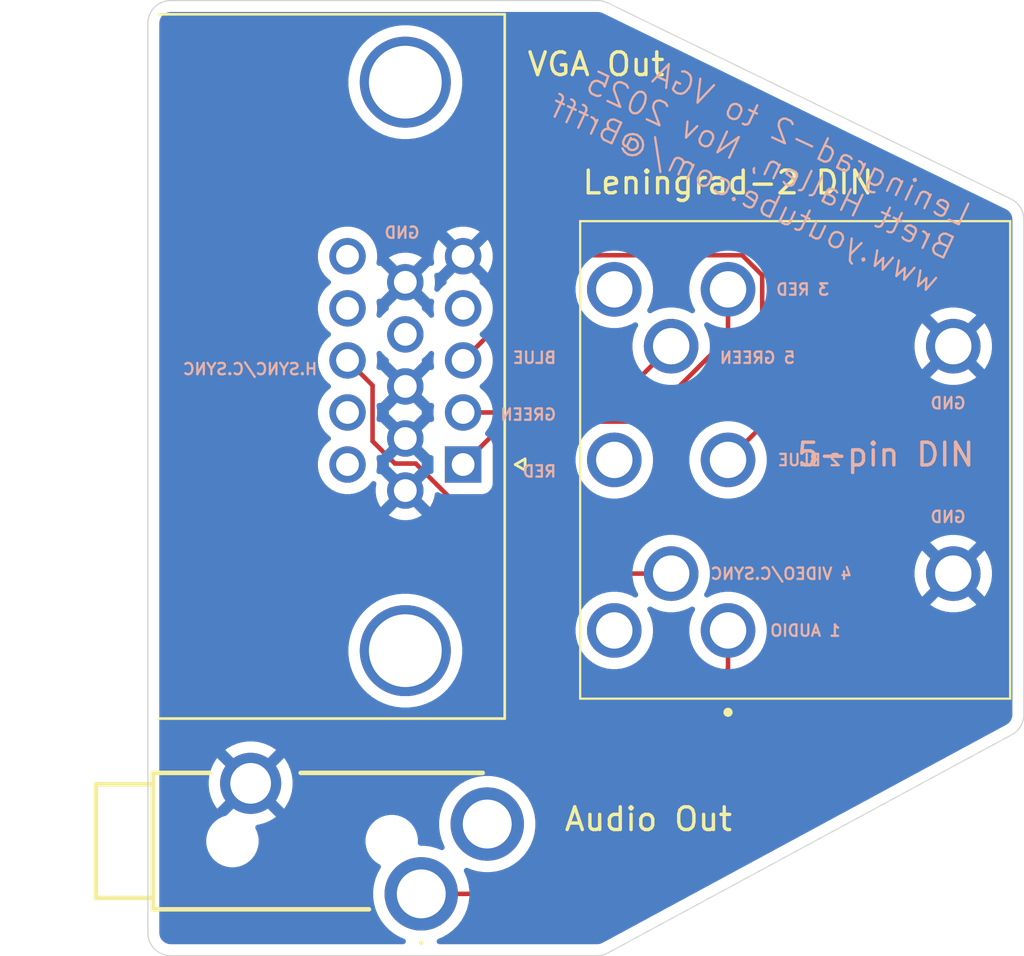
<source format=kicad_pcb>
(kicad_pcb (version 20241229) (generator "pcbnew") (generator_version "9.0")
  (title_block (title "Leningrad-2 DIN to VGA") (date "18/NOV/2025") (rev "A") (company "Brett Hallen") (comment 1 "www.youtube.com/@Brfff"))
  (layers (0 "F.Cu" signal) (2 "B.Cu" signal) (13 "F.Paste" user) (15 "B.Paste" user) (5 "F.SilkS" user "F.Silkscreen") (7 "B.SilkS" user "B.Silkscreen") (1 "F.Mask" user) (3 "B.Mask" user) (25 "Edge.Cuts" user))
  (net 0 "")
  (net 5 "GND")
  (net 6 "RED")
  (net 7 "H.SYNC{slash}C.SYNC")
  (net 8 "BLUE")
  (net 11 "GREEN")
  (net 12 "AUDIO")
  (footprint "Connector_Dsub:DSUB-15-HD_Socket_Horizontal_P2.29x2.54mm_EdgePinOffset8.35mm_Housed_MountingHolesOffset10.89mm" (layer "F.Cu") (at 112.855 85.404338 -90)
    (property "Reference" "J1" (hide yes))
    (property "Value" "VGA Out" (at -17.604338 -5.845 180) (layer "F.SilkS"))
    (fp_line (start -19.8 13.37) (end -19.8 -1.83) (stroke (width 0.12)) (layer "F.SilkS"))
    (fp_line (start -19.8 -1.83) (end 11.17 -1.83) (stroke (width 0.12)) (layer "F.SilkS"))
    (fp_line (start 11.17 -1.83) (end 11.17 13.37) (stroke (width 0.12)) (layer "F.SilkS"))
    (fp_line (start 0 -2.291325) (end -0.25 -2.724338) (stroke (width 0.12)) (layer "F.SilkS"))
    (fp_line (start -0.25 -2.724338) (end 0.25 -2.724338) (stroke (width 0.12)) (layer "F.SilkS"))
    (fp_line (start 0.25 -2.724338) (end 0 -2.291325) (stroke (width 0.12)) (layer "F.SilkS"))
    (pad "0" thru_hole circle (at -16.815 2.54 270) (size 4 4) (drill 3.2) (layers "*.Cu" "*.Mask"))
    (pad "0" thru_hole circle (at 8.185 2.54 270) (size 4 4) (drill 3.2) (layers "*.Cu" "*.Mask"))
    (pad "1" thru_hole rect (at 0 0 270) (size 1.6 1.6) (drill 1) (layers "*.Cu" "*.Mask") (net 6 "RED"))
    (pad "2" thru_hole circle (at -2.29 0 270) (size 1.6 1.6) (drill 1) (layers "*.Cu" "*.Mask") (net 11 "GREEN"))
    (pad "3" thru_hole circle (at -4.58 0 270) (size 1.6 1.6) (drill 1) (layers "*.Cu" "*.Mask") (net 8 "BLUE"))
    (pad "4" thru_hole circle (at -6.87 0 270) (size 1.6 1.6) (drill 1) (layers "*.Cu" "*.Mask"))
    (pad "5" thru_hole circle (at -9.16 0 270) (size 1.6 1.6) (drill 1) (layers "*.Cu" "*.Mask") (net 5 "GND"))
    (pad "6" thru_hole circle (at 1.145 2.54 270) (size 1.6 1.6) (drill 1) (layers "*.Cu" "*.Mask") (net 5 "GND"))
    (pad "7" thru_hole circle (at -1.145 2.54 270) (size 1.6 1.6) (drill 1) (layers "*.Cu" "*.Mask") (net 5 "GND"))
    (pad "8" thru_hole circle (at -3.435 2.54 270) (size 1.6 1.6) (drill 1) (layers "*.Cu" "*.Mask") (net 5 "GND"))
    (pad "9" thru_hole circle (at -5.725 2.54 270) (size 1.6 1.6) (drill 1) (layers "*.Cu" "*.Mask"))
    (pad "10" thru_hole circle (at -8.015 2.54 270) (size 1.6 1.6) (drill 1) (layers "*.Cu" "*.Mask") (net 5 "GND"))
    (pad "11" thru_hole circle (at 0 5.08 270) (size 1.6 1.6) (drill 1) (layers "*.Cu" "*.Mask"))
    (pad "12" thru_hole circle (at -2.29 5.08 270) (size 1.6 1.6) (drill 1) (layers "*.Cu" "*.Mask"))
    (pad "13" thru_hole circle (at -4.58 5.08 270) (size 1.6 1.6) (drill 1) (layers "*.Cu" "*.Mask") (net 7 "H.SYNC{slash}C.SYNC"))
    (pad "14" thru_hole circle (at -6.87 5.08 270) (size 1.6 1.6) (drill 1) (layers "*.Cu" "*.Mask"))
    (pad "15" thru_hole circle (at -9.16 5.08 270) (size 1.6 1.6) (drill 1) (layers "*.Cu" "*.Mask"))
  )
  (footprint "Clueless_Engineer:SJ3350820BTR" (layer "F.Cu") (at 111.016263 104.284316)
    (property "Reference" "J3" (hide yes))
    (property "Value" "Audio Out" (at 9.983737 -3.284316 0) (layer "F.SilkS"))
    (fp_line (start -14.3 -4.82) (end -14.3 0.18) (stroke (width 0.2)) (layer "F.SilkS"))
    (fp_line (start -14.3 0.18) (end -11.8 0.18) (stroke (width 0.2)) (layer "F.SilkS"))
    (fp_line (start -11.8 -5.32) (end -11.8 0.68) (stroke (width 0.2)) (layer "F.SilkS"))
    (fp_line (start -11.8 -4.82) (end -14.3 -4.82) (stroke (width 0.2)) (layer "F.SilkS"))
    (fp_line (start -11.8 0.68) (end -2.3 0.68) (stroke (width 0.2)) (layer "F.SilkS"))
    (fp_line (start -9.3 -5.32) (end -11.8 -5.32) (stroke (width 0.2)) (layer "F.SilkS"))
    (fp_line (start -5.3 -5.32) (end 2.7 -5.32) (stroke (width 0.2)) (layer "F.SilkS"))
    (fp_line (start 0 2.1) (end 0 2.1) (stroke (width 0.1)) (layer "F.SilkS"))
    (fp_line (start 0 2.2) (end 0 2.2) (stroke (width 0.1)) (layer "F.SilkS"))
    (fp_arc (start 0 2.1) (mid 0.05 2.15) (end 0 2.2) (stroke (width 0.1)) (layer "F.SilkS"))
    (fp_arc (start 0 2.2) (mid -0.05 2.15) (end 0 2.1) (stroke (width 0.1)) (layer "F.SilkS"))
    (pad "" np_thru_hole circle (at -8.3 -2.32) (size 1.8 1.8) (drill 1.8) (layers "*.Cu" "*.Mask"))
    (pad "" np_thru_hole circle (at -1.3 -2.32) (size 1.8 1.8) (drill 1.8) (layers "*.Cu" "*.Mask"))
    (pad "2" thru_hole circle (at 0 0) (size 3.225 3.225) (drill 2.15) (layers "*.Cu" "*.Mask") (net 12 "AUDIO"))
    (pad "3" thru_hole circle (at 2.9 -3.07) (size 3.225 3.225) (drill 2.15) (layers "*.Cu" "*.Mask"))
    (pad "5" thru_hole circle (at -7.5 -4.86) (size 2.685 2.685) (drill 1.79) (layers "*.Cu" "*.Mask") (net 5 "GND"))
  )
  (footprint "Clueless_Engineer:6710801" (layer "F.Cu") (at 124.5 92.7 -90)
    (property "Reference" "J5" (hide yes))
    (property "Value" "Leningrad-2_DIN" (hide yes))
    (fp_line (start -18 6.5) (end -18 -12.4) (stroke (width 0.1)) (layer "F.SilkS"))
    (fp_line (start 3 6.5) (end -18 6.5) (stroke (width 0.1)) (layer "F.SilkS"))
    (fp_line (start 3.6 0.1) (end 3.6 0.1) (stroke (width 0.2)) (layer "F.SilkS"))
    (fp_line (start 3.6 -0.1) (end 3.6 -0.1) (stroke (width 0.2)) (layer "F.SilkS"))
    (fp_line (start -18 -12.4) (end 3 -12.4) (stroke (width 0.1)) (layer "F.SilkS"))
    (fp_line (start 3 -12.4) (end 3 6.5) (stroke (width 0.1)) (layer "F.SilkS"))
    (fp_arc (start 3.6 0.1) (mid 3.5 0) (end 3.6 -0.1) (stroke (width 0.2)) (layer "F.SilkS"))
    (fp_arc (start 3.6 -0.1) (mid 3.7 0) (end 3.6 0.1) (stroke (width 0.2)) (layer "F.SilkS"))
    (pad "1" thru_hole circle (at 0 0 270) (size 2.4 2.4) (drill 1.6) (layers "*.Cu" "*.Mask") (net 12 "AUDIO"))
    (pad "2" thru_hole circle (at -7.5 0 270) (size 2.4 2.4) (drill 1.6) (layers "*.Cu" "*.Mask") (net 8 "BLUE"))
    (pad "3" thru_hole circle (at -15 0 270) (size 2.4 2.4) (drill 1.6) (layers "*.Cu" "*.Mask") (net 6 "RED"))
    (pad "4" thru_hole circle (at -2.5 2.5 270) (size 2.4 2.4) (drill 1.6) (layers "*.Cu" "*.Mask") (net 7 "H.SYNC{slash}C.SYNC"))
    (pad "5" thru_hole circle (at -12.5 2.5 270) (size 2.4 2.4) (drill 1.6) (layers "*.Cu" "*.Mask") (net 11 "GREEN"))
    (pad "6" thru_hole circle (at 0 5 270) (size 2.4 2.4) (drill 1.6) (layers "*.Cu" "*.Mask"))
    (pad "7" thru_hole circle (at -15 5 270) (size 2.4 2.4) (drill 1.6) (layers "*.Cu" "*.Mask"))
    (pad "8" thru_hole circle (at -7.5 5 270) (size 2.4 2.4) (drill 1.6) (layers "*.Cu" "*.Mask"))
    (pad "MH1" thru_hole circle (at -2.5 -9.9 270) (size 2.4 2.4) (drill 1.6) (layers "*.Cu" "*.Mask") (net 5 "GND"))
    (pad "MH2" thru_hole circle (at -12.5 -9.9 270) (size 2.4 2.4) (drill 1.6) (layers "*.Cu" "*.Mask") (net 5 "GND"))
  )
  (gr_line (start 137.5 74.62557) (end 137.5 96.403798) (stroke (width 0.05)) (layer "Edge.Cuts"))
  (gr_arc (start 137.5 96.403798) (mid 137.35893 96.915894) (end 136.975517 97.283504) (stroke (width 0.05)) (layer "Edge.Cuts"))
  (gr_arc (start 99 66) (mid 99.292893 65.292893) (end 100 65) (stroke (width 0.05)) (layer "Edge.Cuts"))
  (gr_arc (start 136.937466 73.726335) (mid 137.347781 74.095224) (end 137.5 74.62557) (stroke (width 0.05)) (layer "Edge.Cuts"))
  (gr_line (start 99 106) (end 99 66) (stroke (width 0.05)) (layer "Edge.Cuts"))
  (gr_line (start 136.975517 97.283504) (end 119.222543 106.879706) (stroke (width 0.05)) (layer "Edge.Cuts"))
  (gr_line (start 100 65) (end 118.769662 65) (stroke (width 0.05)) (layer "Edge.Cuts"))
  (gr_arc (start 118.769662 65) (mid 118.994125 65.025509) (end 119.207128 65.100765) (stroke (width 0.05)) (layer "Edge.Cuts"))
  (gr_arc (start 119.222543 106.879706) (mid 118.992274 106.96946) (end 118.747026 107) (stroke (width 0.05)) (layer "Edge.Cuts"))
  (gr_line (start 118.747026 107) (end 100 107) (stroke (width 0.05)) (layer "Edge.Cuts"))
  (gr_arc (start 100 107) (mid 99.292893 106.707107) (end 99 106) (stroke (width 0.05)) (layer "Edge.Cuts"))
  (gr_line (start 119.207128 65.100765) (end 136.937466 73.726335) (stroke (width 0.05)) (layer "Edge.Cuts"))
  (gr_text "Leningrad-2 DIN" (at 124.5 73 0) (layer "F.SilkS") (effects (font (size 1 1))))
  (gr_text "Leningrad-2 to VGA\nBrett Hallen, Nov 2025\nwww.youtube.com/@Brfff" (at 133.5 78 335) (layer "B.SilkS") (effects (font (size 1 1) (thickness 0.1)) (justify left bottom mirror)))
  (gr_text "4 VIDEO/C.SYNC" (at 130 90.5 0) (layer "B.SilkS") (effects (font (size 0.5 0.5) (thickness 0.1) (bold yes)) (justify left bottom mirror)))
  (gr_text "GND" (at 135 83 0) (layer "B.SilkS") (effects (font (size 0.5 0.5) (thickness 0.1) (bold yes)) (justify left bottom mirror)))
  (gr_text "5-pin DIN" (at 127.45 85.55 0) (layer "B.SilkS") (effects (font (size 1 1)) (justify left bottom)))
  (gr_text "BLUE" (at 117 81 0) (layer "B.SilkS") (effects (font (size 0.5 0.5) (thickness 0.1) (bold yes)) (justify left bottom mirror)))
  (gr_text "RED" (at 117 86 0) (layer "B.SilkS") (effects (font (size 0.5 0.5) (thickness 0.1) (bold yes)) (justify left bottom mirror)))
  (gr_text "5 GREEN" (at 127.5 81 0) (layer "B.SilkS") (effects (font (size 0.5 0.5) (thickness 0.1) (bold yes)) (justify left bottom mirror)))
  (gr_text "1 AUDIO" (at 129.5 93 0) (layer "B.SilkS") (effects (font (size 0.5 0.5) (thickness 0.1) (bold yes)) (justify left bottom mirror)))
  (gr_text "GND" (at 111 75.5 0) (layer "B.SilkS") (effects (font (size 0.5 0.5) (thickness 0.1) (bold yes)) (justify left bottom mirror)))
  (gr_text "H.SYNC/C.SYNC" (at 106.5 81.5 0) (layer "B.SilkS") (effects (font (size 0.5 0.5) (thickness 0.1) (bold yes)) (justify left bottom mirror)))
  (gr_text "GREEN" (at 117 83.5 0) (layer "B.SilkS") (effects (font (size 0.5 0.5) (thickness 0.1) (bold yes)) (justify left bottom mirror)))
  (gr_text "2 BLUE" (at 129.5 85.5 0) (layer "B.SilkS") (effects (font (size 0.5 0.5) (thickness 0.1) (bold yes)) (justify left bottom mirror)))
  (gr_text "GND" (at 135 88 0) (layer "B.SilkS") (effects (font (size 0.5 0.5) (thickness 0.1) (bold yes)) (justify left bottom mirror)))
  (gr_text "3 RED" (at 129 78 0) (layer "B.SilkS") (effects (font (size 0.5 0.5) (thickness 0.1) (bold yes)) (justify left bottom mirror)))
  (segment (start 114.744 83.515338) (end 120.807397 83.515338) (width 0.2) (layer "F.Cu") (net 6))
  (segment (start 120.807397 83.515338) (end 124.5 79.822735) (width 0.2) (layer "F.Cu") (net 6))
  (segment (start 124.5 79.822735) (end 124.5 77.7) (width 0.2) (layer "F.Cu") (net 6))
  (segment (start 112.855 85.404338) (end 114.744 83.515338) (width 0.2) (layer "F.Cu") (net 6))
  (segment (start 110.77105 85.360338) (end 109.85895 85.360338) (width 0.2) (layer "F.Cu") (net 7))
  (segment (start 109.85895 85.360338) (end 108.876 84.377388) (width 0.2) (layer "F.Cu") (net 7))
  (segment (start 115.610712 90.2) (end 110.77105 85.360338) (width 0.2) (layer "F.Cu") (net 7))
  (segment (start 108.876 81.925338) (end 107.775 80.824338) (width 0.2) (layer "F.Cu") (net 7))
  (segment (start 108.876 84.377388) (end 108.876 81.925338) (width 0.2) (layer "F.Cu") (net 7))
  (segment (start 122 90.2) (end 115.610712 90.2) (width 0.2) (layer "F.Cu") (net 7))
  (segment (start 117.480338 76.199) (end 125.121735 76.199) (width 0.2) (layer "F.Cu") (net 8))
  (segment (start 112.855 80.824338) (end 117.480338 76.199) (width 0.2) (layer "F.Cu") (net 8))
  (segment (start 125.121735 76.199) (end 126.001 77.078265) (width 0.2) (layer "F.Cu") (net 8))
  (segment (start 126.001 77.078265) (end 126.001 83.699) (width 0.2) (layer "F.Cu") (net 8))
  (segment (start 126.001 83.699) (end 124.5 85.2) (width 0.2) (layer "F.Cu") (net 8))
  (segment (start 112.855 83.114338) (end 119.085662 83.114338) (width 0.2) (layer "F.Cu") (net 11))
  (segment (start 119.085662 83.114338) (end 122 80.2) (width 0.2) (layer "F.Cu") (net 11))
  (segment (start 124.5 94.397056) (end 114.61274 104.284316) (width 0.2) (layer "F.Cu") (net 12))
  (segment (start 124.5 92.7) (end 124.5 94.397056) (width 0.2) (layer "F.Cu") (net 12))
  (segment (start 114.61274 104.284316) (end 111.016263 104.284316) (width 0.2) (layer "F.Cu") (net 12))
  (zone (net 5) (net_name "GND") (layer "B.Cu") (connect_pads (clearance 0.5)) (min_thickness 0.25) (fill yes (thermal_gap 0.5) (thermal_bridge_width 0.5))
    (polygon (pts (xy 99 65) (xy 119 65) (xy 137.5 74) (xy 137.5 97) (xy 119 107) (xy 99 107)))
  )
)
</source>
